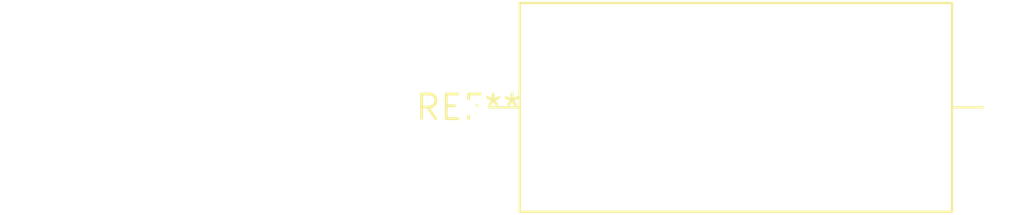
<source format=kicad_pcb>
(kicad_pcb (version 20240108) (generator pcbnew)
  (layers (0 "F.Cu" signal) (31 "B.Cu" signal) (34 "B.Paste" user) (35 "F.Paste" user) (36 "B.SilkS" user "B.Silkscreen") (37 "F.SilkS" user "F.Silkscreen") (38 "B.Mask" user) (39 "F.Mask" user) (44 "Edge.Cuts" user))
  (net 0 "")
  (footprint "C_Axial_L22.0mm_D10.5mm_P27.50mm_Horizontal" (layer "F.Cu") (at 0 0)
    (property "Reference" "REF**")
    (property "Value" "C_Axial_L22.0mm_D10.5mm_P27.50mm_Horizontal")
    (fp_line (start 1.04 0) (end 2.63 0) (layer "F.SilkS") (stroke (width 0.12)))
    (fp_line (start 2.63 -5.37) (end 2.63 5.37) (layer "F.SilkS") (stroke (width 0.12)))
    (fp_line (start 2.63 5.37) (end 24.87 5.37) (layer "F.SilkS") (stroke (width 0.12)))
    (fp_line (start 24.87 -5.37) (end 2.63 -5.37) (layer "F.SilkS") (stroke (width 0.12)))
    (fp_line (start 24.87 5.37) (end 24.87 -5.37) (layer "F.SilkS") (stroke (width 0.12)))
    (fp_line (start 26.46 0) (end 24.87 0) (layer "F.SilkS") (stroke (width 0.12)))
    (pad "1" thru_hole circle (at 0 0) (size 1.6 1.6) (drill 0.8) (layers *.Cu *.Mask) (remove_unused_layers))
    (pad "2" thru_hole oval (at 27.5 0) (size 1.6 1.6) (drill 0.8) (layers *.Cu *.Mask) (remove_unused_layers))
  )
)
</source>
